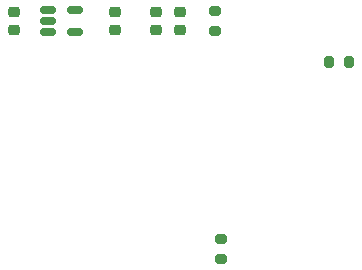
<source format=gtp>
%TF.GenerationSoftware,KiCad,Pcbnew,8.0.1*%
%TF.CreationDate,2024-09-21T06:00:00+02:00*%
%TF.ProjectId,PMW3360,504d5733-3336-4302-9e6b-696361645f70,rev?*%
%TF.SameCoordinates,Original*%
%TF.FileFunction,Paste,Top*%
%TF.FilePolarity,Positive*%
%FSLAX46Y46*%
G04 Gerber Fmt 4.6, Leading zero omitted, Abs format (unit mm)*
G04 Created by KiCad (PCBNEW 8.0.1) date 2024-09-21 06:00:00*
%MOMM*%
%LPD*%
G01*
G04 APERTURE LIST*
G04 Aperture macros list*
%AMRoundRect*
0 Rectangle with rounded corners*
0 $1 Rounding radius*
0 $2 $3 $4 $5 $6 $7 $8 $9 X,Y pos of 4 corners*
0 Add a 4 corners polygon primitive as box body*
4,1,4,$2,$3,$4,$5,$6,$7,$8,$9,$2,$3,0*
0 Add four circle primitives for the rounded corners*
1,1,$1+$1,$2,$3*
1,1,$1+$1,$4,$5*
1,1,$1+$1,$6,$7*
1,1,$1+$1,$8,$9*
0 Add four rect primitives between the rounded corners*
20,1,$1+$1,$2,$3,$4,$5,0*
20,1,$1+$1,$4,$5,$6,$7,0*
20,1,$1+$1,$6,$7,$8,$9,0*
20,1,$1+$1,$8,$9,$2,$3,0*%
G04 Aperture macros list end*
%ADD10RoundRect,0.150000X-0.512500X-0.150000X0.512500X-0.150000X0.512500X0.150000X-0.512500X0.150000X0*%
%ADD11RoundRect,0.200000X0.275000X-0.200000X0.275000X0.200000X-0.275000X0.200000X-0.275000X-0.200000X0*%
%ADD12RoundRect,0.200000X0.200000X0.275000X-0.200000X0.275000X-0.200000X-0.275000X0.200000X-0.275000X0*%
%ADD13RoundRect,0.200000X-0.275000X0.200000X-0.275000X-0.200000X0.275000X-0.200000X0.275000X0.200000X0*%
%ADD14RoundRect,0.225000X0.250000X-0.225000X0.250000X0.225000X-0.250000X0.225000X-0.250000X-0.225000X0*%
%ADD15RoundRect,0.225000X-0.250000X0.225000X-0.250000X-0.225000X0.250000X-0.225000X0.250000X0.225000X0*%
G04 APERTURE END LIST*
D10*
X148862500Y-77050000D03*
X148862500Y-78000000D03*
X148862500Y-78950000D03*
X151137500Y-78950000D03*
X151137500Y-77050000D03*
D11*
X163500000Y-96500000D03*
X163500000Y-98150000D03*
D12*
X172675000Y-81500000D03*
X174325000Y-81500000D03*
D13*
X163000000Y-77175000D03*
X163000000Y-78825000D03*
D14*
X160000000Y-77225000D03*
X160000000Y-78775000D03*
X158000000Y-78775000D03*
X158000000Y-77225000D03*
D15*
X154500000Y-78775000D03*
X154500000Y-77225000D03*
D14*
X146000000Y-78775000D03*
X146000000Y-77225000D03*
M02*

</source>
